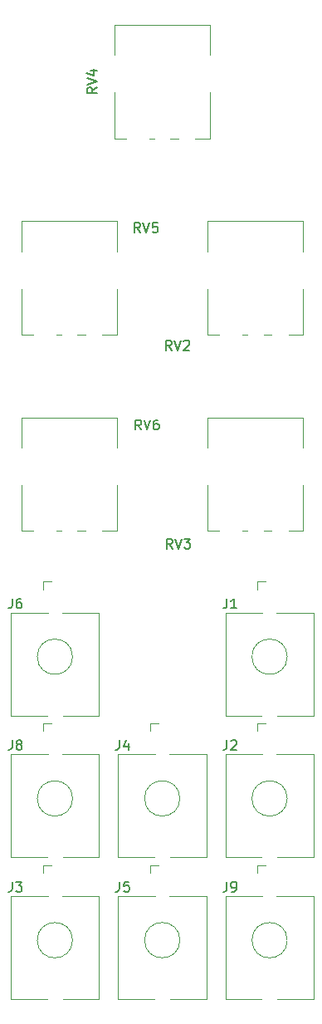
<source format=gbr>
%TF.GenerationSoftware,KiCad,Pcbnew,7.0.10*%
%TF.CreationDate,2024-02-20T22:03:04-06:00*%
%TF.ProjectId,3340_VCO,33333430-5f56-4434-9f2e-6b696361645f,rev?*%
%TF.SameCoordinates,Original*%
%TF.FileFunction,Legend,Top*%
%TF.FilePolarity,Positive*%
%FSLAX46Y46*%
G04 Gerber Fmt 4.6, Leading zero omitted, Abs format (unit mm)*
G04 Created by KiCad (PCBNEW 7.0.10) date 2024-02-20 22:03:04*
%MOMM*%
%LPD*%
G01*
G04 APERTURE LIST*
%ADD10C,0.150000*%
%ADD11C,0.120000*%
G04 APERTURE END LIST*
D10*
X163336666Y-104804819D02*
X163336666Y-105519104D01*
X163336666Y-105519104D02*
X163289047Y-105661961D01*
X163289047Y-105661961D02*
X163193809Y-105757200D01*
X163193809Y-105757200D02*
X163050952Y-105804819D01*
X163050952Y-105804819D02*
X162955714Y-105804819D01*
X164241428Y-104804819D02*
X164050952Y-104804819D01*
X164050952Y-104804819D02*
X163955714Y-104852438D01*
X163955714Y-104852438D02*
X163908095Y-104900057D01*
X163908095Y-104900057D02*
X163812857Y-105042914D01*
X163812857Y-105042914D02*
X163765238Y-105233390D01*
X163765238Y-105233390D02*
X163765238Y-105614342D01*
X163765238Y-105614342D02*
X163812857Y-105709580D01*
X163812857Y-105709580D02*
X163860476Y-105757200D01*
X163860476Y-105757200D02*
X163955714Y-105804819D01*
X163955714Y-105804819D02*
X164146190Y-105804819D01*
X164146190Y-105804819D02*
X164241428Y-105757200D01*
X164241428Y-105757200D02*
X164289047Y-105709580D01*
X164289047Y-105709580D02*
X164336666Y-105614342D01*
X164336666Y-105614342D02*
X164336666Y-105376247D01*
X164336666Y-105376247D02*
X164289047Y-105281009D01*
X164289047Y-105281009D02*
X164241428Y-105233390D01*
X164241428Y-105233390D02*
X164146190Y-105185771D01*
X164146190Y-105185771D02*
X163955714Y-105185771D01*
X163955714Y-105185771D02*
X163860476Y-105233390D01*
X163860476Y-105233390D02*
X163812857Y-105281009D01*
X163812857Y-105281009D02*
X163765238Y-105376247D01*
X174286666Y-119254819D02*
X174286666Y-119969104D01*
X174286666Y-119969104D02*
X174239047Y-120111961D01*
X174239047Y-120111961D02*
X174143809Y-120207200D01*
X174143809Y-120207200D02*
X174000952Y-120254819D01*
X174000952Y-120254819D02*
X173905714Y-120254819D01*
X175191428Y-119588152D02*
X175191428Y-120254819D01*
X174953333Y-119207200D02*
X174715238Y-119921485D01*
X174715238Y-119921485D02*
X175334285Y-119921485D01*
X176504761Y-87604819D02*
X176171428Y-87128628D01*
X175933333Y-87604819D02*
X175933333Y-86604819D01*
X175933333Y-86604819D02*
X176314285Y-86604819D01*
X176314285Y-86604819D02*
X176409523Y-86652438D01*
X176409523Y-86652438D02*
X176457142Y-86700057D01*
X176457142Y-86700057D02*
X176504761Y-86795295D01*
X176504761Y-86795295D02*
X176504761Y-86938152D01*
X176504761Y-86938152D02*
X176457142Y-87033390D01*
X176457142Y-87033390D02*
X176409523Y-87081009D01*
X176409523Y-87081009D02*
X176314285Y-87128628D01*
X176314285Y-87128628D02*
X175933333Y-87128628D01*
X176790476Y-86604819D02*
X177123809Y-87604819D01*
X177123809Y-87604819D02*
X177457142Y-86604819D01*
X178219047Y-86604819D02*
X178028571Y-86604819D01*
X178028571Y-86604819D02*
X177933333Y-86652438D01*
X177933333Y-86652438D02*
X177885714Y-86700057D01*
X177885714Y-86700057D02*
X177790476Y-86842914D01*
X177790476Y-86842914D02*
X177742857Y-87033390D01*
X177742857Y-87033390D02*
X177742857Y-87414342D01*
X177742857Y-87414342D02*
X177790476Y-87509580D01*
X177790476Y-87509580D02*
X177838095Y-87557200D01*
X177838095Y-87557200D02*
X177933333Y-87604819D01*
X177933333Y-87604819D02*
X178123809Y-87604819D01*
X178123809Y-87604819D02*
X178219047Y-87557200D01*
X178219047Y-87557200D02*
X178266666Y-87509580D01*
X178266666Y-87509580D02*
X178314285Y-87414342D01*
X178314285Y-87414342D02*
X178314285Y-87176247D01*
X178314285Y-87176247D02*
X178266666Y-87081009D01*
X178266666Y-87081009D02*
X178219047Y-87033390D01*
X178219047Y-87033390D02*
X178123809Y-86985771D01*
X178123809Y-86985771D02*
X177933333Y-86985771D01*
X177933333Y-86985771D02*
X177838095Y-87033390D01*
X177838095Y-87033390D02*
X177790476Y-87081009D01*
X177790476Y-87081009D02*
X177742857Y-87176247D01*
X185236666Y-104804819D02*
X185236666Y-105519104D01*
X185236666Y-105519104D02*
X185189047Y-105661961D01*
X185189047Y-105661961D02*
X185093809Y-105757200D01*
X185093809Y-105757200D02*
X184950952Y-105804819D01*
X184950952Y-105804819D02*
X184855714Y-105804819D01*
X186236666Y-105804819D02*
X185665238Y-105804819D01*
X185950952Y-105804819D02*
X185950952Y-104804819D01*
X185950952Y-104804819D02*
X185855714Y-104947676D01*
X185855714Y-104947676D02*
X185760476Y-105042914D01*
X185760476Y-105042914D02*
X185665238Y-105090533D01*
X185236666Y-119254819D02*
X185236666Y-119969104D01*
X185236666Y-119969104D02*
X185189047Y-120111961D01*
X185189047Y-120111961D02*
X185093809Y-120207200D01*
X185093809Y-120207200D02*
X184950952Y-120254819D01*
X184950952Y-120254819D02*
X184855714Y-120254819D01*
X185665238Y-119350057D02*
X185712857Y-119302438D01*
X185712857Y-119302438D02*
X185808095Y-119254819D01*
X185808095Y-119254819D02*
X186046190Y-119254819D01*
X186046190Y-119254819D02*
X186141428Y-119302438D01*
X186141428Y-119302438D02*
X186189047Y-119350057D01*
X186189047Y-119350057D02*
X186236666Y-119445295D01*
X186236666Y-119445295D02*
X186236666Y-119540533D01*
X186236666Y-119540533D02*
X186189047Y-119683390D01*
X186189047Y-119683390D02*
X185617619Y-120254819D01*
X185617619Y-120254819D02*
X186236666Y-120254819D01*
X171964819Y-52710238D02*
X171488628Y-53043571D01*
X171964819Y-53281666D02*
X170964819Y-53281666D01*
X170964819Y-53281666D02*
X170964819Y-52900714D01*
X170964819Y-52900714D02*
X171012438Y-52805476D01*
X171012438Y-52805476D02*
X171060057Y-52757857D01*
X171060057Y-52757857D02*
X171155295Y-52710238D01*
X171155295Y-52710238D02*
X171298152Y-52710238D01*
X171298152Y-52710238D02*
X171393390Y-52757857D01*
X171393390Y-52757857D02*
X171441009Y-52805476D01*
X171441009Y-52805476D02*
X171488628Y-52900714D01*
X171488628Y-52900714D02*
X171488628Y-53281666D01*
X170964819Y-52424523D02*
X171964819Y-52091190D01*
X171964819Y-52091190D02*
X170964819Y-51757857D01*
X171298152Y-50995952D02*
X171964819Y-50995952D01*
X170917200Y-51234047D02*
X171631485Y-51472142D01*
X171631485Y-51472142D02*
X171631485Y-50853095D01*
X176404761Y-67504819D02*
X176071428Y-67028628D01*
X175833333Y-67504819D02*
X175833333Y-66504819D01*
X175833333Y-66504819D02*
X176214285Y-66504819D01*
X176214285Y-66504819D02*
X176309523Y-66552438D01*
X176309523Y-66552438D02*
X176357142Y-66600057D01*
X176357142Y-66600057D02*
X176404761Y-66695295D01*
X176404761Y-66695295D02*
X176404761Y-66838152D01*
X176404761Y-66838152D02*
X176357142Y-66933390D01*
X176357142Y-66933390D02*
X176309523Y-66981009D01*
X176309523Y-66981009D02*
X176214285Y-67028628D01*
X176214285Y-67028628D02*
X175833333Y-67028628D01*
X176690476Y-66504819D02*
X177023809Y-67504819D01*
X177023809Y-67504819D02*
X177357142Y-66504819D01*
X178166666Y-66504819D02*
X177690476Y-66504819D01*
X177690476Y-66504819D02*
X177642857Y-66981009D01*
X177642857Y-66981009D02*
X177690476Y-66933390D01*
X177690476Y-66933390D02*
X177785714Y-66885771D01*
X177785714Y-66885771D02*
X178023809Y-66885771D01*
X178023809Y-66885771D02*
X178119047Y-66933390D01*
X178119047Y-66933390D02*
X178166666Y-66981009D01*
X178166666Y-66981009D02*
X178214285Y-67076247D01*
X178214285Y-67076247D02*
X178214285Y-67314342D01*
X178214285Y-67314342D02*
X178166666Y-67409580D01*
X178166666Y-67409580D02*
X178119047Y-67457200D01*
X178119047Y-67457200D02*
X178023809Y-67504819D01*
X178023809Y-67504819D02*
X177785714Y-67504819D01*
X177785714Y-67504819D02*
X177690476Y-67457200D01*
X177690476Y-67457200D02*
X177642857Y-67409580D01*
X179704761Y-99729819D02*
X179371428Y-99253628D01*
X179133333Y-99729819D02*
X179133333Y-98729819D01*
X179133333Y-98729819D02*
X179514285Y-98729819D01*
X179514285Y-98729819D02*
X179609523Y-98777438D01*
X179609523Y-98777438D02*
X179657142Y-98825057D01*
X179657142Y-98825057D02*
X179704761Y-98920295D01*
X179704761Y-98920295D02*
X179704761Y-99063152D01*
X179704761Y-99063152D02*
X179657142Y-99158390D01*
X179657142Y-99158390D02*
X179609523Y-99206009D01*
X179609523Y-99206009D02*
X179514285Y-99253628D01*
X179514285Y-99253628D02*
X179133333Y-99253628D01*
X179990476Y-98729819D02*
X180323809Y-99729819D01*
X180323809Y-99729819D02*
X180657142Y-98729819D01*
X180895238Y-98729819D02*
X181514285Y-98729819D01*
X181514285Y-98729819D02*
X181180952Y-99110771D01*
X181180952Y-99110771D02*
X181323809Y-99110771D01*
X181323809Y-99110771D02*
X181419047Y-99158390D01*
X181419047Y-99158390D02*
X181466666Y-99206009D01*
X181466666Y-99206009D02*
X181514285Y-99301247D01*
X181514285Y-99301247D02*
X181514285Y-99539342D01*
X181514285Y-99539342D02*
X181466666Y-99634580D01*
X181466666Y-99634580D02*
X181419047Y-99682200D01*
X181419047Y-99682200D02*
X181323809Y-99729819D01*
X181323809Y-99729819D02*
X181038095Y-99729819D01*
X181038095Y-99729819D02*
X180942857Y-99682200D01*
X180942857Y-99682200D02*
X180895238Y-99634580D01*
X163336666Y-133704819D02*
X163336666Y-134419104D01*
X163336666Y-134419104D02*
X163289047Y-134561961D01*
X163289047Y-134561961D02*
X163193809Y-134657200D01*
X163193809Y-134657200D02*
X163050952Y-134704819D01*
X163050952Y-134704819D02*
X162955714Y-134704819D01*
X163717619Y-133704819D02*
X164336666Y-133704819D01*
X164336666Y-133704819D02*
X164003333Y-134085771D01*
X164003333Y-134085771D02*
X164146190Y-134085771D01*
X164146190Y-134085771D02*
X164241428Y-134133390D01*
X164241428Y-134133390D02*
X164289047Y-134181009D01*
X164289047Y-134181009D02*
X164336666Y-134276247D01*
X164336666Y-134276247D02*
X164336666Y-134514342D01*
X164336666Y-134514342D02*
X164289047Y-134609580D01*
X164289047Y-134609580D02*
X164241428Y-134657200D01*
X164241428Y-134657200D02*
X164146190Y-134704819D01*
X164146190Y-134704819D02*
X163860476Y-134704819D01*
X163860476Y-134704819D02*
X163765238Y-134657200D01*
X163765238Y-134657200D02*
X163717619Y-134609580D01*
X185236666Y-133704819D02*
X185236666Y-134419104D01*
X185236666Y-134419104D02*
X185189047Y-134561961D01*
X185189047Y-134561961D02*
X185093809Y-134657200D01*
X185093809Y-134657200D02*
X184950952Y-134704819D01*
X184950952Y-134704819D02*
X184855714Y-134704819D01*
X185760476Y-134704819D02*
X185950952Y-134704819D01*
X185950952Y-134704819D02*
X186046190Y-134657200D01*
X186046190Y-134657200D02*
X186093809Y-134609580D01*
X186093809Y-134609580D02*
X186189047Y-134466723D01*
X186189047Y-134466723D02*
X186236666Y-134276247D01*
X186236666Y-134276247D02*
X186236666Y-133895295D01*
X186236666Y-133895295D02*
X186189047Y-133800057D01*
X186189047Y-133800057D02*
X186141428Y-133752438D01*
X186141428Y-133752438D02*
X186046190Y-133704819D01*
X186046190Y-133704819D02*
X185855714Y-133704819D01*
X185855714Y-133704819D02*
X185760476Y-133752438D01*
X185760476Y-133752438D02*
X185712857Y-133800057D01*
X185712857Y-133800057D02*
X185665238Y-133895295D01*
X185665238Y-133895295D02*
X185665238Y-134133390D01*
X185665238Y-134133390D02*
X185712857Y-134228628D01*
X185712857Y-134228628D02*
X185760476Y-134276247D01*
X185760476Y-134276247D02*
X185855714Y-134323866D01*
X185855714Y-134323866D02*
X186046190Y-134323866D01*
X186046190Y-134323866D02*
X186141428Y-134276247D01*
X186141428Y-134276247D02*
X186189047Y-134228628D01*
X186189047Y-134228628D02*
X186236666Y-134133390D01*
X174286666Y-133704819D02*
X174286666Y-134419104D01*
X174286666Y-134419104D02*
X174239047Y-134561961D01*
X174239047Y-134561961D02*
X174143809Y-134657200D01*
X174143809Y-134657200D02*
X174000952Y-134704819D01*
X174000952Y-134704819D02*
X173905714Y-134704819D01*
X175239047Y-133704819D02*
X174762857Y-133704819D01*
X174762857Y-133704819D02*
X174715238Y-134181009D01*
X174715238Y-134181009D02*
X174762857Y-134133390D01*
X174762857Y-134133390D02*
X174858095Y-134085771D01*
X174858095Y-134085771D02*
X175096190Y-134085771D01*
X175096190Y-134085771D02*
X175191428Y-134133390D01*
X175191428Y-134133390D02*
X175239047Y-134181009D01*
X175239047Y-134181009D02*
X175286666Y-134276247D01*
X175286666Y-134276247D02*
X175286666Y-134514342D01*
X175286666Y-134514342D02*
X175239047Y-134609580D01*
X175239047Y-134609580D02*
X175191428Y-134657200D01*
X175191428Y-134657200D02*
X175096190Y-134704819D01*
X175096190Y-134704819D02*
X174858095Y-134704819D01*
X174858095Y-134704819D02*
X174762857Y-134657200D01*
X174762857Y-134657200D02*
X174715238Y-134609580D01*
X163336666Y-119254819D02*
X163336666Y-119969104D01*
X163336666Y-119969104D02*
X163289047Y-120111961D01*
X163289047Y-120111961D02*
X163193809Y-120207200D01*
X163193809Y-120207200D02*
X163050952Y-120254819D01*
X163050952Y-120254819D02*
X162955714Y-120254819D01*
X163955714Y-119683390D02*
X163860476Y-119635771D01*
X163860476Y-119635771D02*
X163812857Y-119588152D01*
X163812857Y-119588152D02*
X163765238Y-119492914D01*
X163765238Y-119492914D02*
X163765238Y-119445295D01*
X163765238Y-119445295D02*
X163812857Y-119350057D01*
X163812857Y-119350057D02*
X163860476Y-119302438D01*
X163860476Y-119302438D02*
X163955714Y-119254819D01*
X163955714Y-119254819D02*
X164146190Y-119254819D01*
X164146190Y-119254819D02*
X164241428Y-119302438D01*
X164241428Y-119302438D02*
X164289047Y-119350057D01*
X164289047Y-119350057D02*
X164336666Y-119445295D01*
X164336666Y-119445295D02*
X164336666Y-119492914D01*
X164336666Y-119492914D02*
X164289047Y-119588152D01*
X164289047Y-119588152D02*
X164241428Y-119635771D01*
X164241428Y-119635771D02*
X164146190Y-119683390D01*
X164146190Y-119683390D02*
X163955714Y-119683390D01*
X163955714Y-119683390D02*
X163860476Y-119731009D01*
X163860476Y-119731009D02*
X163812857Y-119778628D01*
X163812857Y-119778628D02*
X163765238Y-119873866D01*
X163765238Y-119873866D02*
X163765238Y-120064342D01*
X163765238Y-120064342D02*
X163812857Y-120159580D01*
X163812857Y-120159580D02*
X163860476Y-120207200D01*
X163860476Y-120207200D02*
X163955714Y-120254819D01*
X163955714Y-120254819D02*
X164146190Y-120254819D01*
X164146190Y-120254819D02*
X164241428Y-120207200D01*
X164241428Y-120207200D02*
X164289047Y-120159580D01*
X164289047Y-120159580D02*
X164336666Y-120064342D01*
X164336666Y-120064342D02*
X164336666Y-119873866D01*
X164336666Y-119873866D02*
X164289047Y-119778628D01*
X164289047Y-119778628D02*
X164241428Y-119731009D01*
X164241428Y-119731009D02*
X164146190Y-119683390D01*
X179604761Y-79504819D02*
X179271428Y-79028628D01*
X179033333Y-79504819D02*
X179033333Y-78504819D01*
X179033333Y-78504819D02*
X179414285Y-78504819D01*
X179414285Y-78504819D02*
X179509523Y-78552438D01*
X179509523Y-78552438D02*
X179557142Y-78600057D01*
X179557142Y-78600057D02*
X179604761Y-78695295D01*
X179604761Y-78695295D02*
X179604761Y-78838152D01*
X179604761Y-78838152D02*
X179557142Y-78933390D01*
X179557142Y-78933390D02*
X179509523Y-78981009D01*
X179509523Y-78981009D02*
X179414285Y-79028628D01*
X179414285Y-79028628D02*
X179033333Y-79028628D01*
X179890476Y-78504819D02*
X180223809Y-79504819D01*
X180223809Y-79504819D02*
X180557142Y-78504819D01*
X180842857Y-78600057D02*
X180890476Y-78552438D01*
X180890476Y-78552438D02*
X180985714Y-78504819D01*
X180985714Y-78504819D02*
X181223809Y-78504819D01*
X181223809Y-78504819D02*
X181319047Y-78552438D01*
X181319047Y-78552438D02*
X181366666Y-78600057D01*
X181366666Y-78600057D02*
X181414285Y-78695295D01*
X181414285Y-78695295D02*
X181414285Y-78790533D01*
X181414285Y-78790533D02*
X181366666Y-78933390D01*
X181366666Y-78933390D02*
X180795238Y-79504819D01*
X180795238Y-79504819D02*
X181414285Y-79504819D01*
D11*
%TO.C,J6*%
X163200000Y-106250000D02*
X163200000Y-116750000D01*
X166470000Y-103100000D02*
X166470000Y-103900000D01*
X166470000Y-103100000D02*
X167330000Y-103100000D01*
X166900000Y-116750000D02*
X163200000Y-116750000D01*
X166980000Y-106250000D02*
X163200000Y-106250000D01*
X172200000Y-106250000D02*
X168420000Y-106250000D01*
X172200000Y-106250000D02*
X172200000Y-116750000D01*
X172200000Y-116750000D02*
X168500000Y-116750000D01*
X169500000Y-110750000D02*
G75*
G03*
X165900000Y-110750000I-1800000J0D01*
G01*
X165900000Y-110750000D02*
G75*
G03*
X169500000Y-110750000I1800000J0D01*
G01*
%TO.C,J4*%
X174150000Y-120700000D02*
X174150000Y-131200000D01*
X177420000Y-117550000D02*
X177420000Y-118350000D01*
X177420000Y-117550000D02*
X178280000Y-117550000D01*
X177850000Y-131200000D02*
X174150000Y-131200000D01*
X177930000Y-120700000D02*
X174150000Y-120700000D01*
X183150000Y-120700000D02*
X179370000Y-120700000D01*
X183150000Y-120700000D02*
X183150000Y-131200000D01*
X183150000Y-131200000D02*
X179450000Y-131200000D01*
X180450000Y-125200000D02*
G75*
G03*
X176850000Y-125200000I-1800000J0D01*
G01*
X176850000Y-125200000D02*
G75*
G03*
X180450000Y-125200000I1800000J0D01*
G01*
%TO.C,RV6*%
X164270000Y-97945000D02*
X164270000Y-93225000D01*
X165460000Y-97945000D02*
X164280000Y-97945000D01*
X168360000Y-97945000D02*
X167830000Y-97945000D01*
X170810000Y-97945000D02*
X169980000Y-97945000D01*
X174020000Y-97945000D02*
X172530000Y-97945000D01*
X174020000Y-97945000D02*
X174020000Y-93225000D01*
X164280000Y-89415000D02*
X164280000Y-86355000D01*
X174020000Y-89415000D02*
X174020000Y-86355000D01*
X174020000Y-86355000D02*
X164280000Y-86355000D01*
%TO.C,J1*%
X185100000Y-106250000D02*
X185100000Y-116750000D01*
X188370000Y-103100000D02*
X188370000Y-103900000D01*
X188370000Y-103100000D02*
X189230000Y-103100000D01*
X188800000Y-116750000D02*
X185100000Y-116750000D01*
X188880000Y-106250000D02*
X185100000Y-106250000D01*
X194100000Y-106250000D02*
X190320000Y-106250000D01*
X194100000Y-106250000D02*
X194100000Y-116750000D01*
X194100000Y-116750000D02*
X190400000Y-116750000D01*
X191400000Y-110750000D02*
G75*
G03*
X187800000Y-110750000I-1800000J0D01*
G01*
X187800000Y-110750000D02*
G75*
G03*
X191400000Y-110750000I1800000J0D01*
G01*
%TO.C,J2*%
X185100000Y-120700000D02*
X185100000Y-131200000D01*
X188370000Y-117550000D02*
X188370000Y-118350000D01*
X188370000Y-117550000D02*
X189230000Y-117550000D01*
X188800000Y-131200000D02*
X185100000Y-131200000D01*
X188880000Y-120700000D02*
X185100000Y-120700000D01*
X194100000Y-120700000D02*
X190320000Y-120700000D01*
X194100000Y-120700000D02*
X194100000Y-131200000D01*
X194100000Y-131200000D02*
X190400000Y-131200000D01*
X191400000Y-125200000D02*
G75*
G03*
X187800000Y-125200000I-1800000J0D01*
G01*
X187800000Y-125200000D02*
G75*
G03*
X191400000Y-125200000I1800000J0D01*
G01*
%TO.C,RV4*%
X173770000Y-57945000D02*
X173770000Y-53225000D01*
X174960000Y-57945000D02*
X173780000Y-57945000D01*
X177860000Y-57945000D02*
X177330000Y-57945000D01*
X180310000Y-57945000D02*
X179480000Y-57945000D01*
X183520000Y-57945000D02*
X182030000Y-57945000D01*
X183520000Y-57945000D02*
X183520000Y-53225000D01*
X173780000Y-49415000D02*
X173780000Y-46355000D01*
X183520000Y-49415000D02*
X183520000Y-46355000D01*
X183520000Y-46355000D02*
X173780000Y-46355000D01*
%TO.C,RV5*%
X164270000Y-77945000D02*
X164270000Y-73225000D01*
X165460000Y-77945000D02*
X164280000Y-77945000D01*
X168360000Y-77945000D02*
X167830000Y-77945000D01*
X170810000Y-77945000D02*
X169980000Y-77945000D01*
X174020000Y-77945000D02*
X172530000Y-77945000D01*
X174020000Y-77945000D02*
X174020000Y-73225000D01*
X164280000Y-69415000D02*
X164280000Y-66355000D01*
X174020000Y-69415000D02*
X174020000Y-66355000D01*
X174020000Y-66355000D02*
X164280000Y-66355000D01*
%TO.C,RV3*%
X183270000Y-97945000D02*
X183270000Y-93225000D01*
X184460000Y-97945000D02*
X183280000Y-97945000D01*
X187360000Y-97945000D02*
X186830000Y-97945000D01*
X189810000Y-97945000D02*
X188980000Y-97945000D01*
X193020000Y-97945000D02*
X191530000Y-97945000D01*
X193020000Y-97945000D02*
X193020000Y-93225000D01*
X183280000Y-89415000D02*
X183280000Y-86355000D01*
X193020000Y-89415000D02*
X193020000Y-86355000D01*
X193020000Y-86355000D02*
X183280000Y-86355000D01*
%TO.C,J3*%
X163200000Y-135150000D02*
X163200000Y-145650000D01*
X166470000Y-132000000D02*
X166470000Y-132800000D01*
X166470000Y-132000000D02*
X167330000Y-132000000D01*
X166900000Y-145650000D02*
X163200000Y-145650000D01*
X166980000Y-135150000D02*
X163200000Y-135150000D01*
X172200000Y-135150000D02*
X168420000Y-135150000D01*
X172200000Y-135150000D02*
X172200000Y-145650000D01*
X172200000Y-145650000D02*
X168500000Y-145650000D01*
X169500000Y-139650000D02*
G75*
G03*
X165900000Y-139650000I-1800000J0D01*
G01*
X165900000Y-139650000D02*
G75*
G03*
X169500000Y-139650000I1800000J0D01*
G01*
%TO.C,J9*%
X185100000Y-135150000D02*
X185100000Y-145650000D01*
X188370000Y-132000000D02*
X188370000Y-132800000D01*
X188370000Y-132000000D02*
X189230000Y-132000000D01*
X188800000Y-145650000D02*
X185100000Y-145650000D01*
X188880000Y-135150000D02*
X185100000Y-135150000D01*
X194100000Y-135150000D02*
X190320000Y-135150000D01*
X194100000Y-135150000D02*
X194100000Y-145650000D01*
X194100000Y-145650000D02*
X190400000Y-145650000D01*
X191400000Y-139650000D02*
G75*
G03*
X187800000Y-139650000I-1800000J0D01*
G01*
X187800000Y-139650000D02*
G75*
G03*
X191400000Y-139650000I1800000J0D01*
G01*
%TO.C,J5*%
X174150000Y-135150000D02*
X174150000Y-145650000D01*
X177420000Y-132000000D02*
X177420000Y-132800000D01*
X177420000Y-132000000D02*
X178280000Y-132000000D01*
X177850000Y-145650000D02*
X174150000Y-145650000D01*
X177930000Y-135150000D02*
X174150000Y-135150000D01*
X183150000Y-135150000D02*
X179370000Y-135150000D01*
X183150000Y-135150000D02*
X183150000Y-145650000D01*
X183150000Y-145650000D02*
X179450000Y-145650000D01*
X180450000Y-139650000D02*
G75*
G03*
X176850000Y-139650000I-1800000J0D01*
G01*
X176850000Y-139650000D02*
G75*
G03*
X180450000Y-139650000I1800000J0D01*
G01*
%TO.C,J8*%
X163200000Y-120700000D02*
X163200000Y-131200000D01*
X166470000Y-117550000D02*
X166470000Y-118350000D01*
X166470000Y-117550000D02*
X167330000Y-117550000D01*
X166900000Y-131200000D02*
X163200000Y-131200000D01*
X166980000Y-120700000D02*
X163200000Y-120700000D01*
X172200000Y-120700000D02*
X168420000Y-120700000D01*
X172200000Y-120700000D02*
X172200000Y-131200000D01*
X172200000Y-131200000D02*
X168500000Y-131200000D01*
X169500000Y-125200000D02*
G75*
G03*
X165900000Y-125200000I-1800000J0D01*
G01*
X165900000Y-125200000D02*
G75*
G03*
X169500000Y-125200000I1800000J0D01*
G01*
%TO.C,RV2*%
X183270000Y-77945000D02*
X183270000Y-73225000D01*
X184460000Y-77945000D02*
X183280000Y-77945000D01*
X187360000Y-77945000D02*
X186830000Y-77945000D01*
X189810000Y-77945000D02*
X188980000Y-77945000D01*
X193020000Y-77945000D02*
X191530000Y-77945000D01*
X193020000Y-77945000D02*
X193020000Y-73225000D01*
X183280000Y-69415000D02*
X183280000Y-66355000D01*
X193020000Y-69415000D02*
X193020000Y-66355000D01*
X193020000Y-66355000D02*
X183280000Y-66355000D01*
%TD*%
M02*

</source>
